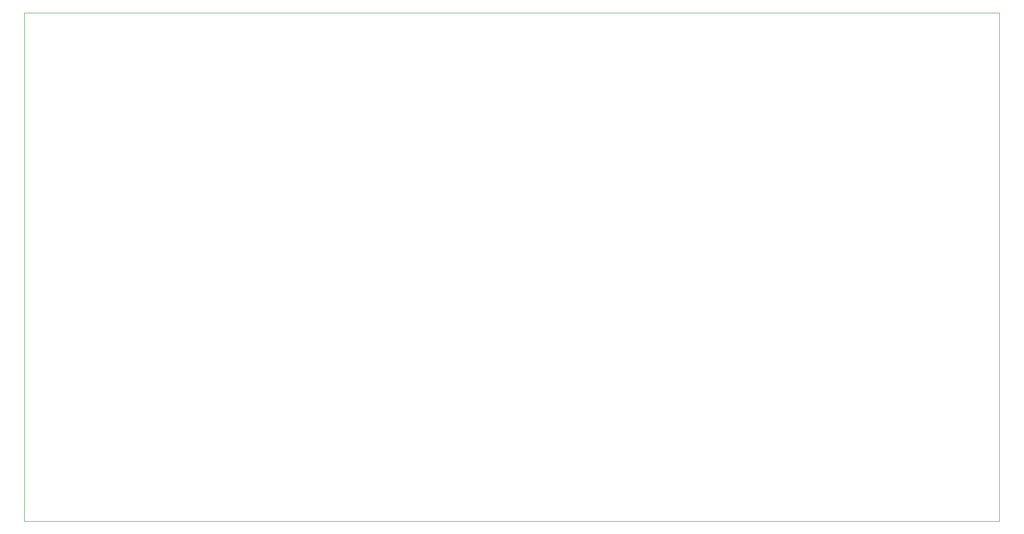
<source format=gm1>
G04 #@! TF.GenerationSoftware,KiCad,Pcbnew,5.1.5+dfsg1-2build2*
G04 #@! TF.CreationDate,2020-10-07T00:50:06-05:00*
G04 #@! TF.ProjectId,LEDs_RGB_cloud,4c454473-5f52-4474-925f-636c6f75642e,rev?*
G04 #@! TF.SameCoordinates,Original*
G04 #@! TF.FileFunction,Profile,NP*
%FSLAX46Y46*%
G04 Gerber Fmt 4.6, Leading zero omitted, Abs format (unit mm)*
G04 Created by KiCad (PCBNEW 5.1.5+dfsg1-2build2) date 2020-10-07 00:50:06*
%MOMM*%
%LPD*%
G04 APERTURE LIST*
%ADD10C,0.050000*%
G04 APERTURE END LIST*
D10*
X101000000Y-144000000D02*
X281000000Y-144000000D01*
X101000000Y-50000000D02*
X101000000Y-144000000D01*
X281000000Y-50000000D02*
X101000000Y-50000000D01*
X281000000Y-50000000D02*
X281000000Y-144000000D01*
M02*

</source>
